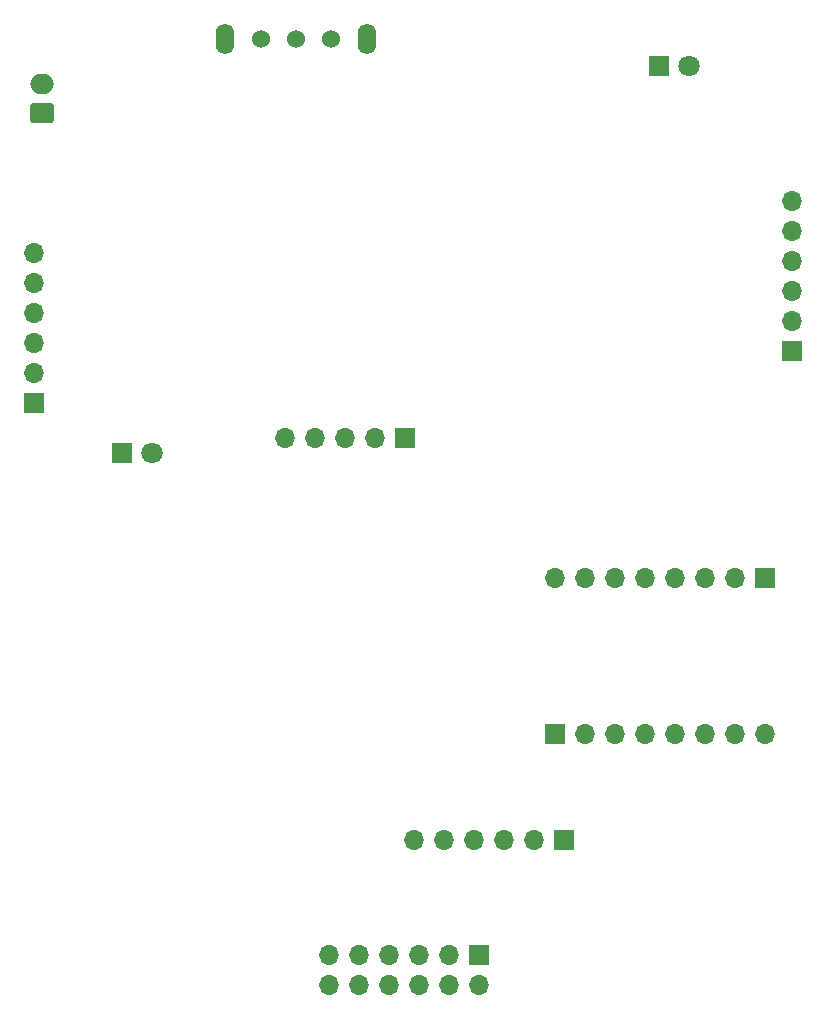
<source format=gbr>
%TF.GenerationSoftware,KiCad,Pcbnew,(5.1.9)-1*%
%TF.CreationDate,2021-05-13T01:47:40+02:00*%
%TF.ProjectId,PlytkaGlowna,506c7974-6b61-4476-9c6f-776e612e6b69,rev?*%
%TF.SameCoordinates,Original*%
%TF.FileFunction,Soldermask,Bot*%
%TF.FilePolarity,Negative*%
%FSLAX46Y46*%
G04 Gerber Fmt 4.6, Leading zero omitted, Abs format (unit mm)*
G04 Created by KiCad (PCBNEW (5.1.9)-1) date 2021-05-13 01:47:40*
%MOMM*%
%LPD*%
G01*
G04 APERTURE LIST*
%ADD10O,1.700000X1.700000*%
%ADD11R,1.700000X1.700000*%
%ADD12R,1.800000X1.800000*%
%ADD13C,1.800000*%
%ADD14O,2.000000X1.700000*%
%ADD15C,1.524000*%
%ADD16O,1.550000X2.600000*%
G04 APERTURE END LIST*
D10*
%TO.C,J6*%
X201540000Y-76730000D03*
X201540000Y-79270000D03*
X201540000Y-81810000D03*
X201540000Y-84350000D03*
X201540000Y-86890000D03*
D11*
X201540000Y-89430000D03*
%TD*%
%TO.C,J7*%
X137350000Y-93790000D03*
D10*
X137350000Y-91250000D03*
X137350000Y-88710000D03*
X137350000Y-86170000D03*
X137350000Y-83630000D03*
X137350000Y-81090000D03*
%TD*%
%TO.C,J5*%
X199230000Y-121804999D03*
X196690000Y-121804999D03*
X194150000Y-121804999D03*
X191610000Y-121804999D03*
X189070000Y-121804999D03*
X186530000Y-121804999D03*
X183990000Y-121804999D03*
D11*
X181450000Y-121804999D03*
%TD*%
D12*
%TO.C,D1*%
X190250000Y-65250000D03*
D13*
X192790000Y-65250000D03*
%TD*%
%TO.C,D2*%
X147290000Y-98000000D03*
D12*
X144750000Y-98000000D03*
%TD*%
%TO.C,J1*%
G36*
G01*
X138750000Y-70100000D02*
X137250000Y-70100000D01*
G75*
G02*
X137000000Y-69850000I0J250000D01*
G01*
X137000000Y-68650000D01*
G75*
G02*
X137250000Y-68400000I250000J0D01*
G01*
X138750000Y-68400000D01*
G75*
G02*
X139000000Y-68650000I0J-250000D01*
G01*
X139000000Y-69850000D01*
G75*
G02*
X138750000Y-70100000I-250000J0D01*
G01*
G37*
D14*
X138000000Y-66750000D03*
%TD*%
D11*
%TO.C,J2*%
X168750000Y-96750000D03*
D10*
X166210000Y-96750000D03*
X163670000Y-96750000D03*
X161130000Y-96750000D03*
X158590000Y-96750000D03*
%TD*%
D11*
%TO.C,J3*%
X182200000Y-130800000D03*
D10*
X179660000Y-130800000D03*
X177120000Y-130800000D03*
X174580000Y-130800000D03*
X172040000Y-130800000D03*
X169500000Y-130800000D03*
%TD*%
D11*
%TO.C,J4*%
X199200000Y-108610000D03*
D10*
X196660000Y-108610000D03*
X194120000Y-108610000D03*
X191580000Y-108610000D03*
X189040000Y-108610000D03*
X186500000Y-108610000D03*
X183960000Y-108610000D03*
X181420000Y-108610000D03*
%TD*%
D11*
%TO.C,J8*%
X175000000Y-140500000D03*
D10*
X175000000Y-143040000D03*
X172460000Y-140500000D03*
X172460000Y-143040000D03*
X169920000Y-140500000D03*
X169920000Y-143040000D03*
X167380000Y-140500000D03*
X167380000Y-143040000D03*
X164840000Y-140500000D03*
X164840000Y-143040000D03*
X162300000Y-140500000D03*
X162300000Y-143040000D03*
%TD*%
D15*
%TO.C,SW2*%
X162500000Y-63000000D03*
X159500000Y-63000000D03*
X156500000Y-63000000D03*
D16*
X165500000Y-63000000D03*
X153500000Y-63000000D03*
%TD*%
M02*

</source>
